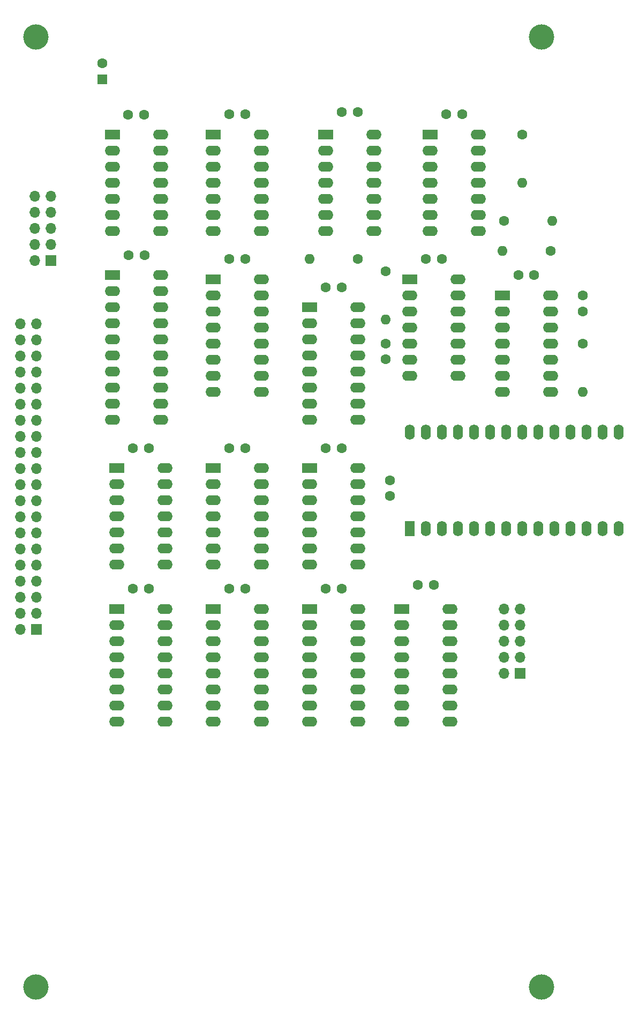
<source format=gbs>
G04 #@! TF.GenerationSoftware,KiCad,Pcbnew,(5.1.9)-1*
G04 #@! TF.CreationDate,2022-12-17T10:38:54+09:00*
G04 #@! TF.ProjectId,MZ-80B_GRAM1,4d5a2d38-3042-45f4-9752-414d312e6b69,rev?*
G04 #@! TF.SameCoordinates,PX53920b0PY93c3260*
G04 #@! TF.FileFunction,Soldermask,Bot*
G04 #@! TF.FilePolarity,Negative*
%FSLAX46Y46*%
G04 Gerber Fmt 4.6, Leading zero omitted, Abs format (unit mm)*
G04 Created by KiCad (PCBNEW (5.1.9)-1) date 2022-12-17 10:38:54*
%MOMM*%
%LPD*%
G01*
G04 APERTURE LIST*
%ADD10C,4.000000*%
%ADD11C,1.600000*%
%ADD12O,1.600000X1.600000*%
%ADD13O,1.600000X2.400000*%
%ADD14R,1.600000X2.400000*%
%ADD15O,2.400000X1.600000*%
%ADD16R,2.400000X1.600000*%
%ADD17O,1.700000X1.700000*%
%ADD18R,1.700000X1.700000*%
%ADD19R,1.600000X1.600000*%
G04 APERTURE END LIST*
D10*
X85000000Y5000000D03*
X85000000Y155000000D03*
X5000000Y155000000D03*
X5000000Y5000000D03*
D11*
X60325000Y104095000D03*
X60325000Y106595000D03*
X91440000Y111675000D03*
X91440000Y114175000D03*
D12*
X91440000Y98975000D03*
D11*
X91440000Y106595000D03*
X86360000Y121200000D03*
D12*
X78740000Y121200000D03*
D11*
X55880000Y119930000D03*
D12*
X48260000Y119930000D03*
X81915000Y131995000D03*
D11*
X81915000Y139615000D03*
D13*
X64135000Y92625000D03*
X97155000Y77385000D03*
X66675000Y92625000D03*
X94615000Y77385000D03*
X69215000Y92625000D03*
X92075000Y77385000D03*
X71755000Y92625000D03*
X89535000Y77385000D03*
X74295000Y92625000D03*
X86995000Y77385000D03*
X76835000Y92625000D03*
X84455000Y77385000D03*
X79375000Y92625000D03*
X81915000Y77385000D03*
X81915000Y92625000D03*
X79375000Y77385000D03*
X84455000Y92625000D03*
X76835000Y77385000D03*
X86995000Y92625000D03*
X74295000Y77385000D03*
X89535000Y92625000D03*
X71755000Y77385000D03*
X92075000Y92625000D03*
X69215000Y77385000D03*
X94615000Y92625000D03*
X66675000Y77385000D03*
X97155000Y92625000D03*
D14*
X64135000Y77385000D03*
D15*
X25400000Y64685000D03*
X17780000Y46905000D03*
X25400000Y62145000D03*
X17780000Y49445000D03*
X25400000Y59605000D03*
X17780000Y51985000D03*
X25400000Y57065000D03*
X17780000Y54525000D03*
X25400000Y54525000D03*
X17780000Y57065000D03*
X25400000Y51985000D03*
X17780000Y59605000D03*
X25400000Y49445000D03*
X17780000Y62145000D03*
X25400000Y46905000D03*
D16*
X17780000Y64685000D03*
D15*
X40640000Y64685000D03*
X33020000Y46905000D03*
X40640000Y62145000D03*
X33020000Y49445000D03*
X40640000Y59605000D03*
X33020000Y51985000D03*
X40640000Y57065000D03*
X33020000Y54525000D03*
X40640000Y54525000D03*
X33020000Y57065000D03*
X40640000Y51985000D03*
X33020000Y59605000D03*
X40640000Y49445000D03*
X33020000Y62145000D03*
X40640000Y46905000D03*
D16*
X33020000Y64685000D03*
X48260000Y64685000D03*
D15*
X55880000Y46905000D03*
X48260000Y62145000D03*
X55880000Y49445000D03*
X48260000Y59605000D03*
X55880000Y51985000D03*
X48260000Y57065000D03*
X55880000Y54525000D03*
X48260000Y54525000D03*
X55880000Y57065000D03*
X48260000Y51985000D03*
X55880000Y59605000D03*
X48260000Y49445000D03*
X55880000Y62145000D03*
X48260000Y46905000D03*
X55880000Y64685000D03*
D16*
X62865000Y64685000D03*
D15*
X70485000Y46905000D03*
X62865000Y62145000D03*
X70485000Y49445000D03*
X62865000Y59605000D03*
X70485000Y51985000D03*
X62865000Y57065000D03*
X70485000Y54525000D03*
X62865000Y54525000D03*
X70485000Y57065000D03*
X62865000Y51985000D03*
X70485000Y59605000D03*
X62865000Y49445000D03*
X70485000Y62145000D03*
X62865000Y46905000D03*
X70485000Y64685000D03*
X25400000Y86910000D03*
X17780000Y71670000D03*
X25400000Y84370000D03*
X17780000Y74210000D03*
X25400000Y81830000D03*
X17780000Y76750000D03*
X25400000Y79290000D03*
X17780000Y79290000D03*
X25400000Y76750000D03*
X17780000Y81830000D03*
X25400000Y74210000D03*
X17780000Y84370000D03*
X25400000Y71670000D03*
D16*
X17780000Y86910000D03*
X33020000Y86910000D03*
D15*
X40640000Y71670000D03*
X33020000Y84370000D03*
X40640000Y74210000D03*
X33020000Y81830000D03*
X40640000Y76750000D03*
X33020000Y79290000D03*
X40640000Y79290000D03*
X33020000Y76750000D03*
X40640000Y81830000D03*
X33020000Y74210000D03*
X40640000Y84370000D03*
X33020000Y71670000D03*
X40640000Y86910000D03*
X55880000Y86910000D03*
X48260000Y71670000D03*
X55880000Y84370000D03*
X48260000Y74210000D03*
X55880000Y81830000D03*
X48260000Y76750000D03*
X55880000Y79290000D03*
X48260000Y79290000D03*
X55880000Y76750000D03*
X48260000Y81830000D03*
X55880000Y74210000D03*
X48260000Y84370000D03*
X55880000Y71670000D03*
D16*
X48260000Y86910000D03*
D15*
X24765000Y117390000D03*
X17145000Y94530000D03*
X24765000Y114850000D03*
X17145000Y97070000D03*
X24765000Y112310000D03*
X17145000Y99610000D03*
X24765000Y109770000D03*
X17145000Y102150000D03*
X24765000Y107230000D03*
X17145000Y104690000D03*
X24765000Y104690000D03*
X17145000Y107230000D03*
X24765000Y102150000D03*
X17145000Y109770000D03*
X24765000Y99610000D03*
X17145000Y112310000D03*
X24765000Y97070000D03*
X17145000Y114850000D03*
X24765000Y94530000D03*
D16*
X17145000Y117390000D03*
D15*
X71755000Y116755000D03*
X64135000Y101515000D03*
X71755000Y114215000D03*
X64135000Y104055000D03*
X71755000Y111675000D03*
X64135000Y106595000D03*
X71755000Y109135000D03*
X64135000Y109135000D03*
X71755000Y106595000D03*
X64135000Y111675000D03*
X71755000Y104055000D03*
X64135000Y114215000D03*
X71755000Y101515000D03*
D16*
X64135000Y116755000D03*
D15*
X86360000Y114215000D03*
X78740000Y98975000D03*
X86360000Y111675000D03*
X78740000Y101515000D03*
X86360000Y109135000D03*
X78740000Y104055000D03*
X86360000Y106595000D03*
X78740000Y106595000D03*
X86360000Y104055000D03*
X78740000Y109135000D03*
X86360000Y101515000D03*
X78740000Y111675000D03*
X86360000Y98975000D03*
D16*
X78740000Y114215000D03*
D15*
X24765000Y139615000D03*
X17145000Y124375000D03*
X24765000Y137075000D03*
X17145000Y126915000D03*
X24765000Y134535000D03*
X17145000Y129455000D03*
X24765000Y131995000D03*
X17145000Y131995000D03*
X24765000Y129455000D03*
X17145000Y134535000D03*
X24765000Y126915000D03*
X17145000Y137075000D03*
X24765000Y124375000D03*
D16*
X17145000Y139615000D03*
X33020000Y139615000D03*
D15*
X40640000Y124375000D03*
X33020000Y137075000D03*
X40640000Y126915000D03*
X33020000Y134535000D03*
X40640000Y129455000D03*
X33020000Y131995000D03*
X40640000Y131995000D03*
X33020000Y129455000D03*
X40640000Y134535000D03*
X33020000Y126915000D03*
X40640000Y137075000D03*
X33020000Y124375000D03*
X40640000Y139615000D03*
D16*
X50800000Y139615000D03*
D15*
X58420000Y124375000D03*
X50800000Y137075000D03*
X58420000Y126915000D03*
X50800000Y134535000D03*
X58420000Y129455000D03*
X50800000Y131995000D03*
X58420000Y131995000D03*
X50800000Y129455000D03*
X58420000Y134535000D03*
X50800000Y126915000D03*
X58420000Y137075000D03*
X50800000Y124375000D03*
X58420000Y139615000D03*
D16*
X67310000Y139615000D03*
D15*
X74930000Y124375000D03*
X67310000Y137075000D03*
X74930000Y126915000D03*
X67310000Y134535000D03*
X74930000Y129455000D03*
X67310000Y131995000D03*
X74930000Y131995000D03*
X67310000Y129455000D03*
X74930000Y134535000D03*
X67310000Y126915000D03*
X74930000Y137075000D03*
X67310000Y124375000D03*
X74930000Y139615000D03*
D11*
X20360000Y67860000D03*
X22860000Y67860000D03*
X53340000Y67860000D03*
X50840000Y67860000D03*
X53340000Y115485000D03*
X50840000Y115485000D03*
X81280000Y117390000D03*
X83780000Y117390000D03*
X19725000Y120565000D03*
X22225000Y120565000D03*
X35600000Y67860000D03*
X38100000Y67860000D03*
X22098000Y142748000D03*
X19598000Y142748000D03*
X53340000Y90085000D03*
X50840000Y90085000D03*
X66715000Y119930000D03*
X69215000Y119930000D03*
X67905000Y68495000D03*
X65405000Y68495000D03*
X55880000Y143130000D03*
X53380000Y143130000D03*
X35600000Y90085000D03*
X38100000Y90085000D03*
X38100000Y142790000D03*
X35600000Y142790000D03*
X69890000Y142790000D03*
X72390000Y142790000D03*
X22860000Y90085000D03*
X20360000Y90085000D03*
X60960000Y82505000D03*
X60960000Y85005000D03*
X35600000Y119930000D03*
X38100000Y119930000D03*
D17*
X2620000Y109690000D03*
X5160000Y109690000D03*
X2620000Y107150000D03*
X5160000Y107150000D03*
X2620000Y104610000D03*
X5160000Y104610000D03*
X2620000Y102070000D03*
X5160000Y102070000D03*
X2620000Y99530000D03*
X5160000Y99530000D03*
X2620000Y96990000D03*
X5160000Y96990000D03*
X2620000Y94450000D03*
X5160000Y94450000D03*
X2620000Y91910000D03*
X5160000Y91910000D03*
X2620000Y89370000D03*
X5160000Y89370000D03*
X2620000Y86830000D03*
X5160000Y86830000D03*
X2620000Y84290000D03*
X5160000Y84290000D03*
X2620000Y81750000D03*
X5160000Y81750000D03*
X2620000Y79210000D03*
X5160000Y79210000D03*
X2620000Y76670000D03*
X5160000Y76670000D03*
X2620000Y74130000D03*
X5160000Y74130000D03*
X2620000Y71590000D03*
X5160000Y71590000D03*
X2620000Y69050000D03*
X5160000Y69050000D03*
X2620000Y66510000D03*
X5160000Y66510000D03*
X2620000Y63970000D03*
X5160000Y63970000D03*
X2620000Y61430000D03*
D18*
X5160000Y61430000D03*
D17*
X4826000Y129836000D03*
X7366000Y129836000D03*
X4826000Y127296000D03*
X7366000Y127296000D03*
X4826000Y124756000D03*
X7366000Y124756000D03*
X4826000Y122216000D03*
X7366000Y122216000D03*
X4826000Y119676000D03*
D18*
X7366000Y119676000D03*
D11*
X15536000Y150836000D03*
D19*
X15536000Y148336000D03*
D15*
X40640000Y116755000D03*
X33020000Y98975000D03*
X40640000Y114215000D03*
X33020000Y101515000D03*
X40640000Y111675000D03*
X33020000Y104055000D03*
X40640000Y109135000D03*
X33020000Y106595000D03*
X40640000Y106595000D03*
X33020000Y109135000D03*
X40640000Y104055000D03*
X33020000Y111675000D03*
X40640000Y101515000D03*
X33020000Y114215000D03*
X40640000Y98975000D03*
D16*
X33020000Y116755000D03*
X48260000Y112310000D03*
D15*
X55880000Y94530000D03*
X48260000Y109770000D03*
X55880000Y97070000D03*
X48260000Y107230000D03*
X55880000Y99610000D03*
X48260000Y104690000D03*
X55880000Y102150000D03*
X48260000Y102150000D03*
X55880000Y104690000D03*
X48260000Y99610000D03*
X55880000Y107230000D03*
X48260000Y97070000D03*
X55880000Y109770000D03*
X48260000Y94530000D03*
X55880000Y112310000D03*
D12*
X86620000Y126000000D03*
D11*
X79000000Y126000000D03*
X60325000Y118025000D03*
D12*
X60325000Y110405000D03*
D17*
X79045000Y64694000D03*
X81585000Y64694000D03*
X79045000Y62154000D03*
X81585000Y62154000D03*
X79045000Y59614000D03*
X81585000Y59614000D03*
X79045000Y57074000D03*
X81585000Y57074000D03*
X79045000Y54534000D03*
D18*
X81585000Y54534000D03*
M02*

</source>
